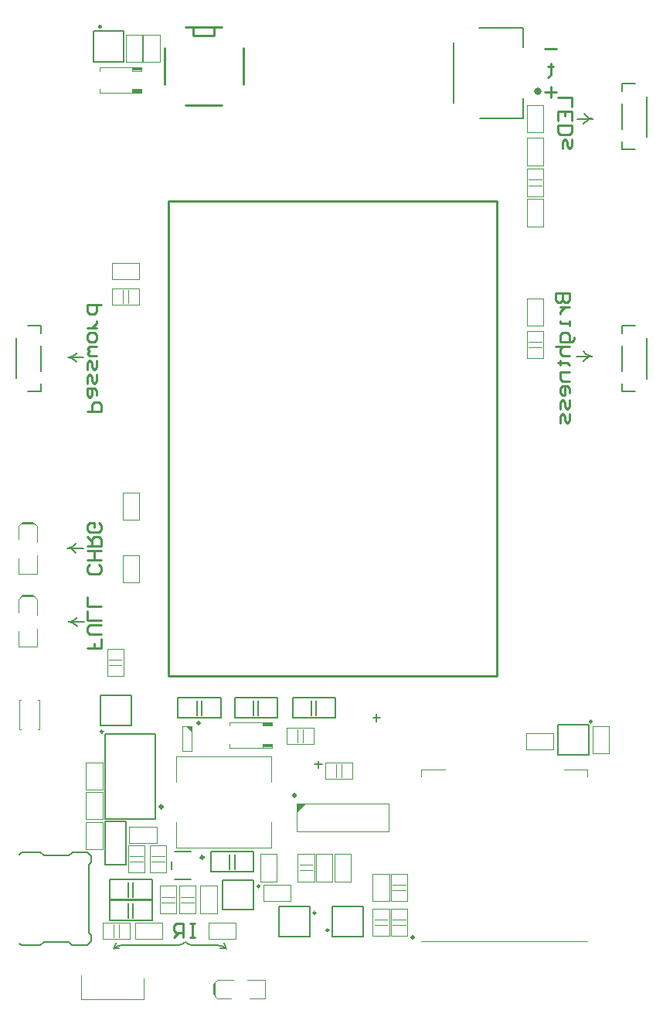
<source format=gbo>
%FSLAX44Y44*%
%MOMM*%
G71*
G04*
G04 #@! TF.SameCoordinates,80543DCF-8C45-4766-8294-206619DBCA83*
G04*
G04*
G04 #@! TF.FilePolarity,Positive*
G04*
G01*
G75*
%ADD10C,0.3000*%
%ADD11C,0.1500*%
%ADD12C,0.1000*%
%ADD28C,0.2000*%
%ADD29C,0.5000*%
%ADD31C,0.4000*%
%ADD113C,0.2500*%
%ADD114C,0.2540*%
%ADD115C,0.1270*%
%ADD116R,1.0000X0.3996*%
%ADD117R,1.0000X0.4004*%
G36*
X-503420Y304530D02*
X-509030D01*
X-503420Y298920D01*
Y304530D01*
D02*
G37*
G36*
X-388350Y220000D02*
Y210000D01*
X-378350Y220000D01*
X-388350D01*
D02*
G37*
D10*
X-490364Y161398D02*
G03*
X-490364Y161398I-1500J0D01*
G01*
X-535250Y216595D02*
G03*
X-535250Y216595I-1500J0D01*
G01*
D11*
X-569000Y305750D02*
Y338250D01*
X-603000D02*
X-569000D01*
X-603000Y305750D02*
Y338250D01*
Y305750D02*
X-569000D01*
X-102000Y273760D02*
Y306260D01*
Y273760D02*
X-68000D01*
Y306260D01*
X-102000D02*
X-68000D01*
X-610500Y1031750D02*
Y1065750D01*
X-578000D01*
Y1031750D02*
Y1065750D01*
X-610500Y1031750D02*
X-578000D01*
X-4750Y949750D02*
Y994000D01*
X-31750Y958000D02*
Y986000D01*
Y936000D02*
X-17500D01*
X-31750D02*
Y944500D01*
Y999500D02*
Y1008000D01*
X-17250D01*
X-682750Y671500D02*
X-668250D01*
Y680000D01*
Y735000D02*
Y743500D01*
X-682500D02*
X-668250D01*
Y693500D02*
Y721500D01*
X-695250Y685500D02*
Y729750D01*
X-4750Y685250D02*
Y729500D01*
X-31750Y693500D02*
Y721500D01*
Y671500D02*
X-17500D01*
X-31750D02*
Y680000D01*
Y735000D02*
Y743500D01*
X-17250D01*
X-524950Y147750D02*
Y156250D01*
X-521700Y167250D02*
X-504200D01*
X-521700Y136750D02*
X-504200D01*
X-461500Y148500D02*
Y164500D01*
X-456250Y148500D02*
Y164500D01*
X-435500Y145500D02*
Y167250D01*
X-482250Y145500D02*
X-435500D01*
X-482250D02*
Y167250D01*
X-435500D01*
X-518250Y335750D02*
X-471500D01*
X-518250Y314000D02*
Y335750D01*
Y314000D02*
X-471500D01*
Y335750D01*
X-492250Y317000D02*
Y333000D01*
X-497500Y317000D02*
Y333000D01*
X-567500Y118000D02*
Y134000D01*
X-572750Y118000D02*
Y134000D01*
X-593500Y115250D02*
Y137000D01*
X-546750D01*
Y115250D02*
Y137000D01*
X-593500Y115250D02*
X-546750D01*
X-392780Y335750D02*
X-346030D01*
X-392780Y314000D02*
Y335750D01*
Y314000D02*
X-346030D01*
Y335750D01*
X-366780Y317000D02*
Y333000D01*
X-372030Y317000D02*
Y333000D01*
X-567500Y95000D02*
Y111000D01*
X-572750Y95000D02*
Y111000D01*
X-593500Y92250D02*
Y114000D01*
X-546750D01*
Y92250D02*
Y114000D01*
X-593500Y92250D02*
X-546750D01*
X-456250Y314250D02*
X-409500D01*
Y336000D01*
X-456250D02*
X-409500D01*
X-456250Y314250D02*
Y336000D01*
X-435500Y317000D02*
Y333000D01*
X-430250Y317000D02*
Y333000D01*
X-575250Y153500D02*
Y200500D01*
X-598250Y153500D02*
X-575250D01*
X-598250D02*
Y200500D01*
X-575250D01*
X-598000Y203500D02*
Y296500D01*
X-543000D01*
Y203500D02*
Y296500D01*
X-598000Y203500D02*
X-543000D01*
X-665250Y163000D02*
X-638000D01*
X-669000Y166750D02*
X-665250Y163000D01*
X-690000Y166750D02*
X-669000D01*
X-692250Y164500D02*
X-690000Y166750D01*
X-638000Y163000D02*
X-634750Y166250D01*
X-634250Y166750D01*
X-618000D01*
X-613750Y162500D01*
Y155750D02*
Y162500D01*
X-616250Y153250D02*
X-613750Y155750D01*
Y69250D02*
Y76000D01*
X-618000Y65000D02*
X-613750Y69250D01*
X-634250Y65000D02*
X-618000D01*
X-634750Y65500D02*
X-634250Y65000D01*
X-638000Y68750D02*
X-634750Y65500D01*
X-692250Y67250D02*
X-690000Y65000D01*
X-669000D01*
X-665250Y68750D01*
X-638000D01*
X-616250Y78500D02*
Y153250D01*
Y78500D02*
X-613750Y76000D01*
X-469250Y103750D02*
Y136250D01*
Y103750D02*
X-435250D01*
Y136250D01*
X-469250D02*
X-435250D01*
X-349500Y74750D02*
X-315500D01*
X-349500D02*
Y107250D01*
X-315500D01*
Y74750D02*
Y107250D01*
X-407750D02*
X-373750D01*
Y74750D02*
Y107250D01*
X-407750Y74750D02*
X-373750D01*
X-407750D02*
Y107250D01*
D12*
X-619000Y199750D02*
X-601000D01*
Y169750D02*
Y199750D01*
X-619000Y169750D02*
X-601000D01*
X-619000D02*
Y199750D01*
Y233000D02*
X-601000D01*
Y203000D02*
Y233000D01*
X-619000Y203000D02*
X-601000D01*
X-619000D02*
Y233000D01*
Y235000D02*
Y265000D01*
Y235000D02*
X-601000D01*
Y265000D01*
X-619000D02*
X-601000D01*
X-134000Y897000D02*
X-120000D01*
X-134000Y903000D02*
X-120000D01*
X-136000Y915000D02*
X-118000D01*
Y885000D02*
Y915000D01*
X-136000Y885000D02*
X-118000D01*
X-136000D02*
Y915000D01*
X-118000Y707615D02*
Y737615D01*
X-136000D02*
X-118000D01*
X-136000Y707615D02*
Y737615D01*
Y707615D02*
X-118000D01*
X-134000Y719615D02*
X-120000D01*
X-134000Y725615D02*
X-120000D01*
X-118000Y743000D02*
Y773000D01*
X-136000D02*
X-118000D01*
X-136000Y743000D02*
Y773000D01*
Y743000D02*
X-118000D01*
Y919000D02*
Y949000D01*
X-136000D02*
X-118000D01*
X-136000Y919000D02*
Y949000D01*
Y919000D02*
X-118000D01*
X-136000Y985000D02*
X-118000D01*
Y955000D02*
Y985000D01*
X-136000Y955000D02*
X-118000D01*
X-136000D02*
Y985000D01*
Y852000D02*
Y882000D01*
Y852000D02*
X-118000D01*
Y882000D01*
X-136000D02*
X-118000D01*
X-572750Y768000D02*
Y782000D01*
X-578750Y768000D02*
Y782000D01*
X-590750Y766000D02*
Y784000D01*
X-560750D01*
Y766000D02*
Y784000D01*
X-590750Y766000D02*
X-560750D01*
Y794250D02*
Y812250D01*
X-590750Y794250D02*
X-560750D01*
X-590750D02*
Y812250D01*
X-560750D01*
X-46000Y274760D02*
Y304760D01*
X-64000D02*
X-46000D01*
X-64000Y274760D02*
Y304760D01*
Y274760D02*
X-46000D01*
X-106875Y279010D02*
Y297010D01*
X-136875Y279010D02*
X-106875D01*
X-136875D02*
Y297010D01*
X-106875D01*
X-693160Y524000D02*
X-688496Y528664D01*
X-677504D02*
X-672840Y524000D01*
X-688496Y528664D02*
X-677504D01*
X-690496Y526664D02*
X-675504D01*
X-689496Y527664D02*
X-676504D01*
X-672840Y506366D02*
Y524000D01*
X-693164Y509237D02*
Y524000D01*
Y471750D02*
X-672840D01*
Y491634D01*
X-693164Y471750D02*
Y488763D01*
X-693160Y444000D02*
X-688496Y448664D01*
X-677504D02*
X-672840Y444000D01*
X-688496Y448664D02*
X-677504D01*
X-690496Y446664D02*
X-675504D01*
X-689496Y447664D02*
X-676504D01*
X-672840Y426366D02*
Y444000D01*
X-693164Y429237D02*
Y444000D01*
Y391750D02*
X-672840D01*
Y411634D01*
X-693164Y391750D02*
Y408763D01*
X-479664Y11754D02*
X-475000Y7090D01*
X-479664Y22746D02*
X-475000Y27410D01*
X-479664Y11754D02*
Y22746D01*
X-477664Y9754D02*
Y24746D01*
X-478664Y10754D02*
Y23746D01*
X-475000Y27410D02*
X-457366D01*
X-475000Y7086D02*
X-460237D01*
X-422750D02*
Y27410D01*
X-442634D02*
X-422750D01*
X-439763Y7086D02*
X-422750D01*
X-461500Y281250D02*
X-415500D01*
X-461500Y309250D02*
X-415500D01*
X-461500Y281250D02*
Y285250D01*
X-415500Y281250D02*
Y285250D01*
X-461500Y305250D02*
Y309250D01*
X-415500Y305250D02*
Y309250D01*
X-425500Y285250D02*
X-415500D01*
X-425500Y305250D02*
X-415500D01*
X-425500Y281250D02*
Y285250D01*
Y305250D02*
Y309250D01*
X-604500Y998250D02*
X-558500D01*
X-604500Y1026250D02*
X-558500D01*
X-604500Y998250D02*
Y1002250D01*
X-558500Y998250D02*
Y1002250D01*
X-604500Y1022250D02*
Y1026250D01*
X-558500Y1022250D02*
Y1026250D01*
X-568500Y1002250D02*
X-558500D01*
X-568500Y1022250D02*
X-558500D01*
X-568500Y998250D02*
Y1002250D01*
Y1022250D02*
Y1026250D01*
X-575250Y1031750D02*
Y1061750D01*
Y1031750D02*
X-557250D01*
Y1061750D01*
X-575250D02*
X-557250D01*
X-556250Y1031750D02*
X-538250D01*
X-556250D02*
Y1061750D01*
X-538250D01*
Y1031750D02*
Y1061750D01*
X-367000Y135000D02*
X-349000D01*
X-367000D02*
Y165000D01*
X-349000D01*
Y135000D02*
Y165000D01*
X-385000Y153000D02*
X-371000D01*
X-385000Y147000D02*
X-371000D01*
X-387000Y135000D02*
X-369000D01*
X-387000D02*
Y165000D01*
X-369000D01*
Y135000D02*
Y165000D01*
X-329000Y135000D02*
Y165000D01*
X-347000D02*
X-329000D01*
X-347000Y135000D02*
Y165000D01*
Y135000D02*
X-329000D01*
X-579000Y530500D02*
Y560500D01*
Y530500D02*
X-561000D01*
Y560500D01*
X-579000D02*
X-561000D01*
X-541500Y176500D02*
Y194500D01*
X-571500Y176500D02*
X-541500D01*
X-571500D02*
Y194500D01*
X-541500D01*
X-485000Y90000D02*
X-455000D01*
X-485000Y72000D02*
Y90000D01*
Y72000D02*
X-455000D01*
Y90000D01*
X-493750Y130000D02*
X-475750D01*
Y100000D02*
Y130000D01*
X-493750Y100000D02*
X-475750D01*
X-493750D02*
Y130000D01*
X-535500Y72000D02*
Y90000D01*
X-565500Y72000D02*
X-535500D01*
X-565500D02*
Y90000D01*
X-535500D01*
X-579000Y462000D02*
Y492000D01*
Y462000D02*
X-561000D01*
Y492000D01*
X-579000D02*
X-561000D01*
X-395000Y113250D02*
Y131250D01*
X-425000Y113250D02*
X-395000D01*
X-425000D02*
Y131250D01*
X-395000D01*
X-428000Y134750D02*
Y164750D01*
Y134750D02*
X-410000D01*
Y164750D01*
X-428000D02*
X-410000D01*
X-305000Y113000D02*
Y143000D01*
Y113000D02*
X-287000D01*
Y143000D01*
X-305000D02*
X-287000D01*
X-547307Y156334D02*
X-533307D01*
X-547307Y162334D02*
X-533307D01*
X-549307Y174334D02*
X-531307D01*
Y144334D02*
Y174334D01*
X-549307Y144334D02*
X-531307D01*
X-549307D02*
Y174334D01*
X-571057Y156334D02*
X-557057D01*
X-571057Y162334D02*
X-557057D01*
X-573057Y174334D02*
X-555057D01*
Y144334D02*
Y174334D01*
X-573057Y144334D02*
X-555057D01*
X-573057D02*
Y174334D01*
X-624500Y6000D02*
X-555500D01*
X-624500D02*
Y31750D01*
X-555500Y6000D02*
Y29000D01*
X-515000Y118000D02*
X-501000D01*
X-515000Y112000D02*
X-501000D01*
X-517000Y100000D02*
X-499000D01*
X-517000D02*
Y130000D01*
X-499000D01*
Y100000D02*
Y130000D01*
X-388350Y220000D02*
X-287650D01*
X-388350Y190000D02*
X-287650D01*
X-388350D02*
Y220000D01*
X-287650Y190000D02*
Y220000D01*
X-345000Y249000D02*
Y263000D01*
X-339000Y249000D02*
Y263000D01*
X-327000Y247000D02*
Y265000D01*
X-357000Y247000D02*
X-327000D01*
X-357000D02*
Y265000D01*
X-327000D01*
X-520000Y171750D02*
X-416000D01*
X-520000D02*
Y199750D01*
X-416000Y171750D02*
Y199750D01*
X-520000Y271750D02*
X-416000D01*
Y243750D02*
Y271750D01*
X-520000Y243750D02*
Y271750D01*
X-513580Y304530D02*
X-503420D01*
X-513580Y277530D02*
X-513580Y304530D01*
X-513580Y277530D02*
X-503420D01*
X-503420Y304530D02*
X-503420Y277530D01*
X-671750Y333500D02*
X-669750D01*
X-669746Y301500D01*
X-671750D02*
X-669750D01*
X-692250Y333500D02*
X-690250D01*
X-692253Y301500D02*
X-692250Y333500D01*
Y301500D02*
X-690250D01*
X-251500Y257700D02*
X-225500D01*
X-251500Y249700D02*
Y257700D01*
Y69700D02*
X-69500D01*
Y249700D02*
Y257700D01*
X-95500D02*
X-69500D01*
X-578000Y359750D02*
Y389750D01*
X-596000D02*
X-578000D01*
X-596000Y359750D02*
Y389750D01*
Y359750D02*
X-578000D01*
X-594000Y371750D02*
X-580000D01*
X-594000Y377750D02*
X-580000D01*
X-399250Y303250D02*
X-369250D01*
X-399250Y285250D02*
Y303250D01*
Y285250D02*
X-369250D01*
Y303250D01*
X-381250Y287250D02*
Y301250D01*
X-387250Y287250D02*
Y301250D01*
X-267000Y113000D02*
Y143000D01*
X-285000D02*
X-267000D01*
X-285000Y113000D02*
Y143000D01*
Y113000D02*
X-267000D01*
X-283000Y125000D02*
X-269000D01*
X-283000Y131000D02*
X-269000D01*
X-285000Y75000D02*
Y105000D01*
Y75000D02*
X-267000D01*
Y105000D01*
X-285000D02*
X-267000D01*
X-283000Y93000D02*
X-269000D01*
X-283000Y87000D02*
X-269000D01*
X-305000Y75000D02*
Y105000D01*
Y75000D02*
X-287000D01*
Y105000D01*
X-305000D02*
X-287000D01*
X-303000Y93000D02*
X-289000D01*
X-303000Y87000D02*
X-289000D01*
X-520000Y100000D02*
Y130000D01*
X-538000D02*
X-520000D01*
X-538000Y100000D02*
Y130000D01*
Y100000D02*
X-520000D01*
X-536000Y112000D02*
X-522000D01*
X-536000Y118000D02*
X-522000D01*
X-601000Y72000D02*
X-571000D01*
Y90000D01*
X-601000D02*
X-571000D01*
X-601000Y72000D02*
Y90000D01*
X-589000Y74000D02*
Y88000D01*
X-583000Y74000D02*
Y88000D01*
D28*
X-587543Y61750D02*
G03*
X-588750Y61250I0J-1707D01*
G01*
D02*
G03*
X-586500Y66682I-5432J5432D01*
G01*
X-579697Y65000D02*
G03*
X-588750Y61250I0J-12803D01*
G01*
X-518885Y65000D02*
G03*
X-510304Y68554I0J12135D01*
G01*
X-465261Y61011D02*
G03*
X-466441Y61500I-1180J-1180D01*
G01*
X-467500Y66432D02*
G03*
X-465250Y61000I7682J0D01*
G01*
D02*
G03*
X-474907Y65000I-9657J-9657D01*
G01*
X-510109Y68359D02*
G03*
X-502000Y65000I8109J8109D01*
G01*
X-64625Y709750D02*
G03*
X-71667Y706833I0J-9959D01*
G01*
X-71152Y712402D02*
G03*
X-64750Y709750I6402J6402D01*
G01*
X-64125Y969750D02*
G03*
X-71167Y966833I0J-9959D01*
G01*
X-70652Y972402D02*
G03*
X-64250Y969750I6402J6402D01*
G01*
X-638125Y419000D02*
G03*
X-631083Y421917I0J9959D01*
G01*
X-631598Y416348D02*
G03*
X-638000Y419000I-6402J-6402D01*
G01*
X-639125Y499750D02*
G03*
X-632083Y502667I0J9959D01*
G01*
X-632598Y497098D02*
G03*
X-639000Y499750I-6402J-6402D01*
G01*
X-632098Y705848D02*
G03*
X-638500Y708500I-6402J-6402D01*
G01*
X-638625D02*
G03*
X-631583Y711417I0J9959D01*
G01*
X-587543Y61750D02*
X-582500D01*
X-586500Y66682D02*
Y67500D01*
X-579697Y65000D02*
X-518885D01*
X-472000Y61500D02*
X-466441D01*
X-467500Y66432D02*
Y67500D01*
X-502000Y65000D02*
X-474907D01*
X-510500Y68750D02*
X-510109Y68359D01*
X-81500Y709750D02*
X-64500D01*
X-67500D02*
X-64500D01*
X-74250Y704250D02*
X-71667Y706833D01*
X-73750Y715000D02*
X-71152Y712402D01*
X-81000Y969750D02*
X-64000D01*
X-67000D02*
X-64000D01*
X-73750Y964250D02*
X-71167Y966833D01*
X-73250Y975000D02*
X-70652Y972402D01*
X-638250Y419000D02*
X-621250D01*
X-638250D02*
X-635250D01*
X-631083Y421917D02*
X-628500Y424500D01*
X-631598Y416348D02*
X-629000Y413750D01*
X-639250Y499750D02*
X-622250D01*
X-639250D02*
X-636250D01*
X-632083Y502667D02*
X-629500Y505250D01*
X-632598Y497098D02*
X-630000Y494500D01*
X-632098Y705848D02*
X-629500Y703250D01*
X-631583Y711417D02*
X-629000Y714000D01*
X-638750Y708500D02*
X-638500D01*
X-638750D02*
X-635750D01*
X-638750D02*
X-621750D01*
X-364600Y259000D02*
Y267000D01*
X-368600Y263000D02*
X-360600D01*
X-300600Y310000D02*
Y318000D01*
X-304600Y314000D02*
X-296600D01*
D29*
X-391045Y228952D02*
X-390998Y229000D01*
X-390950Y228952D01*
X-390998Y228905D01*
X-391045Y228952D01*
X-495548Y308095D02*
X-495500Y308048D01*
X-495548Y308000D01*
X-495595Y308048D01*
X-495548Y308095D01*
X-260952Y73905D02*
X-261000Y73952D01*
X-260952Y74000D01*
X-260905Y73952D01*
X-260952Y73905D01*
D31*
X-122000Y1000000D02*
G03*
X-122000Y1000000I-2000J0D01*
G01*
D113*
X-600510Y299000D02*
G03*
X-600510Y299000I-1250J0D01*
G01*
X-64750Y310010D02*
G03*
X-64750Y310010I-1250J0D01*
G01*
X-602500Y1070750D02*
G03*
X-602500Y1070750I-1250J0D01*
G01*
X-428750Y129750D02*
G03*
X-428750Y129750I-1250J0D01*
G01*
X-353250Y81500D02*
G03*
X-353250Y81500I-1250J0D01*
G01*
X-367500Y100500D02*
G03*
X-367500Y100500I-1250J0D01*
G01*
D114*
X-529000Y360000D02*
X-169000D01*
X-529000Y880000D02*
X-169000D01*
Y360000D02*
Y880000D01*
X-529000Y360000D02*
Y880000D01*
X-447000Y1007500D02*
Y1047500D01*
X-510036Y984242D02*
X-470036D01*
X-533000Y1007500D02*
Y1047500D01*
X-510000Y1070500D02*
X-470000D01*
X-501500D02*
X-478500D01*
X-501500Y1060500D02*
X-478500D01*
X-501500D02*
Y1070500D01*
X-478500Y1060500D02*
Y1070500D01*
X-104002Y1046149D02*
X-115998D01*
X-110000Y1029997D02*
Y1026998D01*
X-107001D01*
X-112999D01*
X-110000D01*
Y1018000D01*
X-112999Y1015001D01*
X-104002Y999309D02*
X-115998D01*
X-110000Y1005307D02*
Y993310D01*
X-499574Y88617D02*
X-504652D01*
X-502113D01*
Y73383D01*
X-499574D01*
X-504652D01*
X-512270D02*
Y88617D01*
X-519887D01*
X-522426Y86078D01*
Y81000D01*
X-519887Y78461D01*
X-512270D01*
X-517348D02*
X-522426Y73383D01*
X-604922Y481726D02*
X-602383Y479187D01*
Y474108D01*
X-604922Y471569D01*
X-615078D01*
X-617617Y474108D01*
Y479187D01*
X-615078Y481726D01*
X-602383Y486804D02*
X-617617D01*
X-610000D01*
Y496961D01*
X-602383D01*
X-617617D01*
Y502039D02*
X-602383D01*
Y509657D01*
X-604922Y512196D01*
X-610000D01*
X-612539Y509657D01*
Y502039D01*
Y507118D02*
X-617617Y512196D01*
X-604922Y527431D02*
X-602383Y524892D01*
Y519813D01*
X-604922Y517274D01*
X-615078D01*
X-617617Y519813D01*
Y524892D01*
X-615078Y527431D01*
X-610000D01*
Y522353D01*
X-602383Y400726D02*
Y390569D01*
X-610000D01*
Y395647D01*
Y390569D01*
X-617617D01*
X-602383Y405804D02*
X-615078D01*
X-617617Y408343D01*
Y413422D01*
X-615078Y415961D01*
X-602383D01*
Y421039D02*
X-617617D01*
Y431196D01*
X-602383Y436274D02*
X-617617D01*
Y446431D01*
X-104157Y778597D02*
X-88922D01*
Y770980D01*
X-91461Y768440D01*
X-94000D01*
X-96539Y770980D01*
Y778597D01*
Y770980D01*
X-99078Y768440D01*
X-101617D01*
X-104157Y770980D01*
Y778597D01*
X-99078Y763362D02*
X-88922D01*
X-94000D01*
X-96539Y760823D01*
X-99078Y758284D01*
Y755744D01*
X-88922Y748127D02*
Y743048D01*
Y745588D01*
X-99078D01*
Y748127D01*
X-83843Y730353D02*
Y727813D01*
X-86383Y725274D01*
X-99078D01*
Y732892D01*
X-96539Y735431D01*
X-91461D01*
X-88922Y732892D01*
Y725274D01*
X-104157Y720196D02*
X-88922D01*
X-96539D01*
X-99078Y717657D01*
Y712578D01*
X-96539Y710039D01*
X-88922D01*
X-101617Y702422D02*
X-99078D01*
Y704961D01*
Y699883D01*
Y702422D01*
X-91461D01*
X-88922Y699883D01*
Y692265D02*
X-99078D01*
Y684647D01*
X-96539Y682108D01*
X-88922D01*
Y669412D02*
Y674491D01*
X-91461Y677030D01*
X-96539D01*
X-99078Y674491D01*
Y669412D01*
X-96539Y666873D01*
X-94000D01*
Y677030D01*
X-88922Y661795D02*
Y654177D01*
X-91461Y651638D01*
X-94000Y654177D01*
Y659256D01*
X-96539Y661795D01*
X-99078Y659256D01*
Y651638D01*
X-88922Y646560D02*
Y638942D01*
X-91461Y636403D01*
X-94000Y638942D01*
Y644020D01*
X-96539Y646560D01*
X-99078Y644020D01*
Y636403D01*
X-617617Y649099D02*
X-602382D01*
Y656716D01*
X-604922Y659256D01*
X-610000D01*
X-612539Y656716D01*
Y649099D01*
X-607461Y666873D02*
Y671952D01*
X-610000Y674491D01*
X-617617D01*
Y666873D01*
X-615078Y664334D01*
X-612539Y666873D01*
Y674491D01*
X-617617Y679569D02*
Y687187D01*
X-615078Y689726D01*
X-612539Y687187D01*
Y682108D01*
X-610000Y679569D01*
X-607461Y682108D01*
Y689726D01*
X-617617Y694804D02*
Y702422D01*
X-615078Y704961D01*
X-612539Y702422D01*
Y697343D01*
X-610000Y694804D01*
X-607461Y697343D01*
Y704961D01*
Y710039D02*
X-615078D01*
X-617617Y712578D01*
X-615078Y715117D01*
X-617617Y717657D01*
X-615078Y720196D01*
X-607461D01*
X-617617Y727813D02*
Y732892D01*
X-615078Y735431D01*
X-610000D01*
X-607461Y732892D01*
Y727813D01*
X-610000Y725274D01*
X-615078D01*
X-617617Y727813D01*
X-607461Y740509D02*
X-617617D01*
X-612539D01*
X-610000Y743048D01*
X-607461Y745588D01*
Y748127D01*
X-602382Y765901D02*
X-617617D01*
Y758284D01*
X-615078Y755744D01*
X-610000D01*
X-607461Y758284D01*
Y765901D01*
X-101618Y992931D02*
X-86383D01*
Y982774D01*
X-101618Y967539D02*
Y977696D01*
X-86383D01*
Y967539D01*
X-94000Y977696D02*
Y972617D01*
X-101618Y962461D02*
X-86383D01*
Y954843D01*
X-88922Y952304D01*
X-99078D01*
X-101618Y954843D01*
Y962461D01*
X-86383Y947226D02*
Y939608D01*
X-88922Y937069D01*
X-91461Y939608D01*
Y944687D01*
X-94000Y947226D01*
X-96539Y944687D01*
Y937069D01*
D115*
X-188000Y1069500D02*
X-140000D01*
Y1048000D02*
Y1069500D01*
Y970500D02*
Y992000D01*
X-187500Y970500D02*
X-140000D01*
X-216000Y987500D02*
Y1053000D01*
D116*
X-420495Y283252D02*
D03*
X-563495Y1000252D02*
D03*
D117*
X-420495Y307252D02*
D03*
X-563495Y1024252D02*
D03*
M02*

</source>
